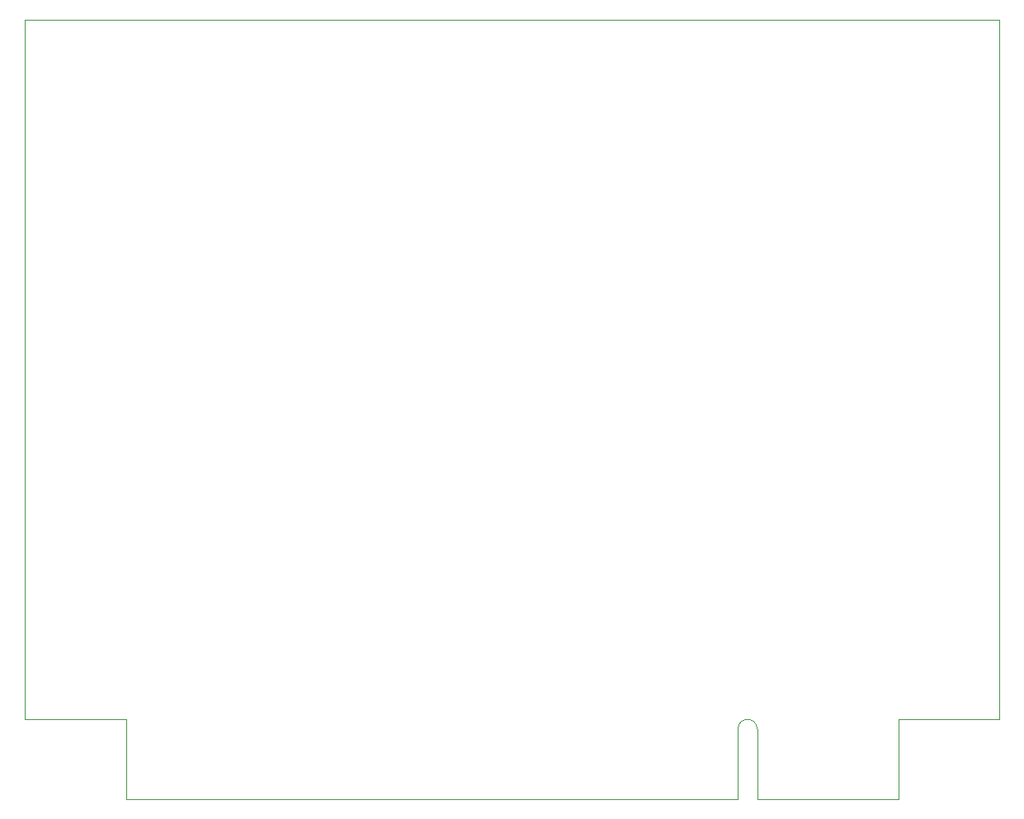
<source format=gm1>
G04 #@! TF.GenerationSoftware,KiCad,Pcbnew,(5.1.8)-1*
G04 #@! TF.CreationDate,2022-01-11T15:46:06-08:00*
G04 #@! TF.ProjectId,GPRModule,4750524d-6f64-4756-9c65-2e6b69636164,1.3*
G04 #@! TF.SameCoordinates,Original*
G04 #@! TF.FileFunction,Profile,NP*
%FSLAX46Y46*%
G04 Gerber Fmt 4.6, Leading zero omitted, Abs format (unit mm)*
G04 Created by KiCad (PCBNEW (5.1.8)-1) date 2022-01-11 15:46:06*
%MOMM*%
%LPD*%
G01*
G04 APERTURE LIST*
G04 #@! TA.AperFunction,Profile*
%ADD10C,0.100000*%
G04 #@! TD*
G04 APERTURE END LIST*
D10*
X164960000Y-130310000D02*
G75*
G02*
X166920000Y-130310000I980000J0D01*
G01*
X166920000Y-137500000D02*
X166920000Y-130310000D01*
X164966000Y-137500000D02*
X164960000Y-130310000D01*
X181410000Y-137500000D02*
X181410000Y-129330000D01*
X102160000Y-137500000D02*
X102160000Y-129330000D01*
X181410000Y-137500000D02*
X166920000Y-137500000D01*
X164966000Y-137500000D02*
X102160000Y-137500000D01*
X102160000Y-129330000D02*
X91790000Y-129330000D01*
X91800000Y-57500000D02*
X191800000Y-57500000D01*
X91790000Y-129330000D02*
X91800000Y-57500000D01*
X191780000Y-129330000D02*
X181410000Y-129330000D01*
X191800000Y-57500000D02*
X191780000Y-129330000D01*
M02*

</source>
